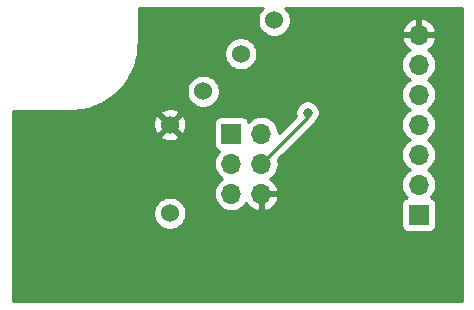
<source format=gbr>
G04 #@! TF.GenerationSoftware,KiCad,Pcbnew,(5.1.4)-1*
G04 #@! TF.CreationDate,2020-04-18T17:13:35+10:00*
G04 #@! TF.ProjectId,c64-nes-adapter,6336342d-6e65-4732-9d61-646170746572,rev?*
G04 #@! TF.SameCoordinates,Original*
G04 #@! TF.FileFunction,Copper,L2,Bot*
G04 #@! TF.FilePolarity,Positive*
%FSLAX46Y46*%
G04 Gerber Fmt 4.6, Leading zero omitted, Abs format (unit mm)*
G04 Created by KiCad (PCBNEW (5.1.4)-1) date 2020-04-18 17:13:35*
%MOMM*%
%LPD*%
G04 APERTURE LIST*
%ADD10R,1.700000X1.700000*%
%ADD11O,1.700000X1.700000*%
%ADD12C,1.524000*%
%ADD13C,0.800000*%
%ADD14C,0.250000*%
%ADD15C,0.254000*%
G04 APERTURE END LIST*
D10*
X200025000Y-107188000D03*
D11*
X200025000Y-104648000D03*
X200025000Y-102108000D03*
X200025000Y-99568000D03*
X200025000Y-97028000D03*
X200025000Y-94488000D03*
X200025000Y-91948000D03*
D12*
X187781834Y-90729166D03*
X184953407Y-93557593D03*
X181771427Y-96739573D03*
X178943000Y-99568000D03*
X178943000Y-107068000D03*
D11*
X186690000Y-105410000D03*
X184150000Y-105410000D03*
X186690000Y-102870000D03*
X184150000Y-102870000D03*
X186690000Y-100330000D03*
D10*
X184150000Y-100330000D03*
D13*
X190612000Y-98537000D03*
D14*
X190612000Y-98948000D02*
X190612000Y-98537000D01*
X186690000Y-102870000D02*
X190612000Y-98948000D01*
D15*
G36*
X186696714Y-89838631D02*
G01*
X186543829Y-90067439D01*
X186438520Y-90321676D01*
X186384834Y-90591574D01*
X186384834Y-90866758D01*
X186438520Y-91136656D01*
X186543829Y-91390893D01*
X186696714Y-91619701D01*
X186891299Y-91814286D01*
X187120107Y-91967171D01*
X187374344Y-92072480D01*
X187644242Y-92126166D01*
X187919426Y-92126166D01*
X188189324Y-92072480D01*
X188443561Y-91967171D01*
X188672369Y-91814286D01*
X188866954Y-91619701D01*
X188886057Y-91591110D01*
X198583524Y-91591110D01*
X198704845Y-91821000D01*
X199898000Y-91821000D01*
X199898000Y-90627186D01*
X200152000Y-90627186D01*
X200152000Y-91821000D01*
X201345155Y-91821000D01*
X201466476Y-91591110D01*
X201421825Y-91443901D01*
X201296641Y-91181080D01*
X201122588Y-90947731D01*
X200906355Y-90752822D01*
X200656252Y-90603843D01*
X200381891Y-90506519D01*
X200152000Y-90627186D01*
X199898000Y-90627186D01*
X199668109Y-90506519D01*
X199393748Y-90603843D01*
X199143645Y-90752822D01*
X198927412Y-90947731D01*
X198753359Y-91181080D01*
X198628175Y-91443901D01*
X198583524Y-91591110D01*
X188886057Y-91591110D01*
X189019839Y-91390893D01*
X189125148Y-91136656D01*
X189178834Y-90866758D01*
X189178834Y-90591574D01*
X189125148Y-90321676D01*
X189019839Y-90067439D01*
X188866954Y-89838631D01*
X188740323Y-89712000D01*
X203658000Y-89712000D01*
X203658001Y-114504000D01*
X165658000Y-114504000D01*
X165658000Y-106930408D01*
X177546000Y-106930408D01*
X177546000Y-107205592D01*
X177599686Y-107475490D01*
X177704995Y-107729727D01*
X177857880Y-107958535D01*
X178052465Y-108153120D01*
X178281273Y-108306005D01*
X178535510Y-108411314D01*
X178805408Y-108465000D01*
X179080592Y-108465000D01*
X179350490Y-108411314D01*
X179604727Y-108306005D01*
X179833535Y-108153120D01*
X180028120Y-107958535D01*
X180181005Y-107729727D01*
X180286314Y-107475490D01*
X180340000Y-107205592D01*
X180340000Y-106930408D01*
X180286314Y-106660510D01*
X180181005Y-106406273D01*
X180028120Y-106177465D01*
X179833535Y-105982880D01*
X179604727Y-105829995D01*
X179350490Y-105724686D01*
X179080592Y-105671000D01*
X178805408Y-105671000D01*
X178535510Y-105724686D01*
X178281273Y-105829995D01*
X178052465Y-105982880D01*
X177857880Y-106177465D01*
X177704995Y-106406273D01*
X177599686Y-106660510D01*
X177546000Y-106930408D01*
X165658000Y-106930408D01*
X165658000Y-102870000D01*
X182657815Y-102870000D01*
X182686487Y-103161111D01*
X182771401Y-103441034D01*
X182909294Y-103699014D01*
X183094866Y-103925134D01*
X183320986Y-104110706D01*
X183375791Y-104140000D01*
X183320986Y-104169294D01*
X183094866Y-104354866D01*
X182909294Y-104580986D01*
X182771401Y-104838966D01*
X182686487Y-105118889D01*
X182657815Y-105410000D01*
X182686487Y-105701111D01*
X182771401Y-105981034D01*
X182909294Y-106239014D01*
X183094866Y-106465134D01*
X183320986Y-106650706D01*
X183578966Y-106788599D01*
X183858889Y-106873513D01*
X184077050Y-106895000D01*
X184222950Y-106895000D01*
X184441111Y-106873513D01*
X184721034Y-106788599D01*
X184979014Y-106650706D01*
X185205134Y-106465134D01*
X185390706Y-106239014D01*
X185421584Y-106181244D01*
X185592412Y-106410269D01*
X185808645Y-106605178D01*
X186058748Y-106754157D01*
X186333109Y-106851481D01*
X186563000Y-106730814D01*
X186563000Y-105537000D01*
X186817000Y-105537000D01*
X186817000Y-106730814D01*
X187046891Y-106851481D01*
X187321252Y-106754157D01*
X187571355Y-106605178D01*
X187787588Y-106410269D01*
X187961641Y-106176920D01*
X188086825Y-105914099D01*
X188131476Y-105766890D01*
X188010155Y-105537000D01*
X186817000Y-105537000D01*
X186563000Y-105537000D01*
X186543000Y-105537000D01*
X186543000Y-105283000D01*
X186563000Y-105283000D01*
X186563000Y-105263000D01*
X186817000Y-105263000D01*
X186817000Y-105283000D01*
X188010155Y-105283000D01*
X188131476Y-105053110D01*
X188086825Y-104905901D01*
X187961641Y-104643080D01*
X187787588Y-104409731D01*
X187571355Y-104214822D01*
X187454477Y-104145201D01*
X187519014Y-104110706D01*
X187745134Y-103925134D01*
X187930706Y-103699014D01*
X188068599Y-103441034D01*
X188153513Y-103161111D01*
X188182185Y-102870000D01*
X188153513Y-102578889D01*
X188130797Y-102504004D01*
X191123004Y-99511798D01*
X191152001Y-99488001D01*
X191246974Y-99372276D01*
X191259254Y-99349303D01*
X191271774Y-99340937D01*
X191415937Y-99196774D01*
X191529205Y-99027256D01*
X191607226Y-98838898D01*
X191647000Y-98638939D01*
X191647000Y-98435061D01*
X191607226Y-98235102D01*
X191529205Y-98046744D01*
X191415937Y-97877226D01*
X191271774Y-97733063D01*
X191102256Y-97619795D01*
X190913898Y-97541774D01*
X190713939Y-97502000D01*
X190510061Y-97502000D01*
X190310102Y-97541774D01*
X190121744Y-97619795D01*
X189952226Y-97733063D01*
X189808063Y-97877226D01*
X189694795Y-98046744D01*
X189616774Y-98235102D01*
X189577000Y-98435061D01*
X189577000Y-98638939D01*
X189616774Y-98838898D01*
X189625422Y-98859776D01*
X188179765Y-100305433D01*
X188153513Y-100038889D01*
X188068599Y-99758966D01*
X187930706Y-99500986D01*
X187745134Y-99274866D01*
X187519014Y-99089294D01*
X187261034Y-98951401D01*
X186981111Y-98866487D01*
X186762950Y-98845000D01*
X186617050Y-98845000D01*
X186398889Y-98866487D01*
X186118966Y-98951401D01*
X185860986Y-99089294D01*
X185634866Y-99274866D01*
X185610393Y-99304687D01*
X185589502Y-99235820D01*
X185530537Y-99125506D01*
X185451185Y-99028815D01*
X185354494Y-98949463D01*
X185244180Y-98890498D01*
X185124482Y-98854188D01*
X185000000Y-98841928D01*
X183300000Y-98841928D01*
X183175518Y-98854188D01*
X183055820Y-98890498D01*
X182945506Y-98949463D01*
X182848815Y-99028815D01*
X182769463Y-99125506D01*
X182710498Y-99235820D01*
X182674188Y-99355518D01*
X182661928Y-99480000D01*
X182661928Y-101180000D01*
X182674188Y-101304482D01*
X182710498Y-101424180D01*
X182769463Y-101534494D01*
X182848815Y-101631185D01*
X182945506Y-101710537D01*
X183055820Y-101769502D01*
X183124687Y-101790393D01*
X183094866Y-101814866D01*
X182909294Y-102040986D01*
X182771401Y-102298966D01*
X182686487Y-102578889D01*
X182657815Y-102870000D01*
X165658000Y-102870000D01*
X165658000Y-100533565D01*
X178157040Y-100533565D01*
X178224020Y-100773656D01*
X178473048Y-100890756D01*
X178740135Y-100957023D01*
X179015017Y-100969910D01*
X179287133Y-100928922D01*
X179546023Y-100835636D01*
X179661980Y-100773656D01*
X179728960Y-100533565D01*
X178943000Y-99747605D01*
X178157040Y-100533565D01*
X165658000Y-100533565D01*
X165658000Y-99640017D01*
X177541090Y-99640017D01*
X177582078Y-99912133D01*
X177675364Y-100171023D01*
X177737344Y-100286980D01*
X177977435Y-100353960D01*
X178763395Y-99568000D01*
X179122605Y-99568000D01*
X179908565Y-100353960D01*
X180148656Y-100286980D01*
X180265756Y-100037952D01*
X180332023Y-99770865D01*
X180344910Y-99495983D01*
X180303922Y-99223867D01*
X180210636Y-98964977D01*
X180148656Y-98849020D01*
X179908565Y-98782040D01*
X179122605Y-99568000D01*
X178763395Y-99568000D01*
X177977435Y-98782040D01*
X177737344Y-98849020D01*
X177620244Y-99098048D01*
X177553977Y-99365135D01*
X177541090Y-99640017D01*
X165658000Y-99640017D01*
X165658000Y-98602435D01*
X178157040Y-98602435D01*
X178943000Y-99388395D01*
X179728960Y-98602435D01*
X179661980Y-98362344D01*
X179412952Y-98245244D01*
X179145865Y-98178977D01*
X178870983Y-98166090D01*
X178598867Y-98207078D01*
X178339977Y-98300364D01*
X178224020Y-98362344D01*
X178157040Y-98602435D01*
X165658000Y-98602435D01*
X165658000Y-98400200D01*
X170643219Y-98400200D01*
X170667288Y-98397829D01*
X171393964Y-98344466D01*
X171409344Y-98341947D01*
X171424917Y-98341458D01*
X171499701Y-98328002D01*
X172369303Y-98119229D01*
X172388979Y-98112607D01*
X172409295Y-98108289D01*
X172480515Y-98081802D01*
X173299403Y-97722335D01*
X173317596Y-97712333D01*
X173336825Y-97704486D01*
X173402229Y-97665806D01*
X174144519Y-97167008D01*
X174160653Y-97153943D01*
X174178189Y-97142814D01*
X174235709Y-97093163D01*
X174742570Y-96601981D01*
X180374427Y-96601981D01*
X180374427Y-96877165D01*
X180428113Y-97147063D01*
X180533422Y-97401300D01*
X180686307Y-97630108D01*
X180880892Y-97824693D01*
X181109700Y-97977578D01*
X181363937Y-98082887D01*
X181633835Y-98136573D01*
X181909019Y-98136573D01*
X182178917Y-98082887D01*
X182433154Y-97977578D01*
X182661962Y-97824693D01*
X182856547Y-97630108D01*
X183009432Y-97401300D01*
X183114741Y-97147063D01*
X183168427Y-96877165D01*
X183168427Y-96601981D01*
X183114741Y-96332083D01*
X183009432Y-96077846D01*
X182856547Y-95849038D01*
X182661962Y-95654453D01*
X182433154Y-95501568D01*
X182178917Y-95396259D01*
X181909019Y-95342573D01*
X181633835Y-95342573D01*
X181363937Y-95396259D01*
X181109700Y-95501568D01*
X180880892Y-95654453D01*
X180686307Y-95849038D01*
X180533422Y-96077846D01*
X180428113Y-96332083D01*
X180374427Y-96601981D01*
X174742570Y-96601981D01*
X174877939Y-96470800D01*
X174891507Y-96455081D01*
X174906793Y-96441025D01*
X174954612Y-96381973D01*
X175476480Y-95655717D01*
X175487051Y-95637843D01*
X175499605Y-95621303D01*
X175536211Y-95554717D01*
X175921222Y-94747524D01*
X175928458Y-94728068D01*
X175937888Y-94709560D01*
X175962124Y-94637543D01*
X176198109Y-93774928D01*
X176201786Y-93754491D01*
X176207788Y-93734612D01*
X176218888Y-93659442D01*
X176240257Y-93420001D01*
X183556407Y-93420001D01*
X183556407Y-93695185D01*
X183610093Y-93965083D01*
X183715402Y-94219320D01*
X183868287Y-94448128D01*
X184062872Y-94642713D01*
X184291680Y-94795598D01*
X184545917Y-94900907D01*
X184815815Y-94954593D01*
X185090999Y-94954593D01*
X185360897Y-94900907D01*
X185615134Y-94795598D01*
X185843942Y-94642713D01*
X185998655Y-94488000D01*
X198532815Y-94488000D01*
X198561487Y-94779111D01*
X198646401Y-95059034D01*
X198784294Y-95317014D01*
X198969866Y-95543134D01*
X199195986Y-95728706D01*
X199250791Y-95758000D01*
X199195986Y-95787294D01*
X198969866Y-95972866D01*
X198784294Y-96198986D01*
X198646401Y-96456966D01*
X198561487Y-96736889D01*
X198532815Y-97028000D01*
X198561487Y-97319111D01*
X198646401Y-97599034D01*
X198784294Y-97857014D01*
X198969866Y-98083134D01*
X199195986Y-98268706D01*
X199250791Y-98298000D01*
X199195986Y-98327294D01*
X198969866Y-98512866D01*
X198784294Y-98738986D01*
X198646401Y-98996966D01*
X198561487Y-99276889D01*
X198532815Y-99568000D01*
X198561487Y-99859111D01*
X198646401Y-100139034D01*
X198784294Y-100397014D01*
X198969866Y-100623134D01*
X199195986Y-100808706D01*
X199250791Y-100838000D01*
X199195986Y-100867294D01*
X198969866Y-101052866D01*
X198784294Y-101278986D01*
X198646401Y-101536966D01*
X198561487Y-101816889D01*
X198532815Y-102108000D01*
X198561487Y-102399111D01*
X198646401Y-102679034D01*
X198784294Y-102937014D01*
X198969866Y-103163134D01*
X199195986Y-103348706D01*
X199250791Y-103378000D01*
X199195986Y-103407294D01*
X198969866Y-103592866D01*
X198784294Y-103818986D01*
X198646401Y-104076966D01*
X198561487Y-104356889D01*
X198532815Y-104648000D01*
X198561487Y-104939111D01*
X198646401Y-105219034D01*
X198784294Y-105477014D01*
X198969866Y-105703134D01*
X198999687Y-105727607D01*
X198930820Y-105748498D01*
X198820506Y-105807463D01*
X198723815Y-105886815D01*
X198644463Y-105983506D01*
X198585498Y-106093820D01*
X198549188Y-106213518D01*
X198536928Y-106338000D01*
X198536928Y-108038000D01*
X198549188Y-108162482D01*
X198585498Y-108282180D01*
X198644463Y-108392494D01*
X198723815Y-108489185D01*
X198820506Y-108568537D01*
X198930820Y-108627502D01*
X199050518Y-108663812D01*
X199175000Y-108676072D01*
X200875000Y-108676072D01*
X200999482Y-108663812D01*
X201119180Y-108627502D01*
X201229494Y-108568537D01*
X201326185Y-108489185D01*
X201405537Y-108392494D01*
X201464502Y-108282180D01*
X201500812Y-108162482D01*
X201513072Y-108038000D01*
X201513072Y-106338000D01*
X201500812Y-106213518D01*
X201464502Y-106093820D01*
X201405537Y-105983506D01*
X201326185Y-105886815D01*
X201229494Y-105807463D01*
X201119180Y-105748498D01*
X201050313Y-105727607D01*
X201080134Y-105703134D01*
X201265706Y-105477014D01*
X201403599Y-105219034D01*
X201488513Y-104939111D01*
X201517185Y-104648000D01*
X201488513Y-104356889D01*
X201403599Y-104076966D01*
X201265706Y-103818986D01*
X201080134Y-103592866D01*
X200854014Y-103407294D01*
X200799209Y-103378000D01*
X200854014Y-103348706D01*
X201080134Y-103163134D01*
X201265706Y-102937014D01*
X201403599Y-102679034D01*
X201488513Y-102399111D01*
X201517185Y-102108000D01*
X201488513Y-101816889D01*
X201403599Y-101536966D01*
X201265706Y-101278986D01*
X201080134Y-101052866D01*
X200854014Y-100867294D01*
X200799209Y-100838000D01*
X200854014Y-100808706D01*
X201080134Y-100623134D01*
X201265706Y-100397014D01*
X201403599Y-100139034D01*
X201488513Y-99859111D01*
X201517185Y-99568000D01*
X201488513Y-99276889D01*
X201403599Y-98996966D01*
X201265706Y-98738986D01*
X201080134Y-98512866D01*
X200854014Y-98327294D01*
X200799209Y-98298000D01*
X200854014Y-98268706D01*
X201080134Y-98083134D01*
X201265706Y-97857014D01*
X201403599Y-97599034D01*
X201488513Y-97319111D01*
X201517185Y-97028000D01*
X201488513Y-96736889D01*
X201403599Y-96456966D01*
X201265706Y-96198986D01*
X201080134Y-95972866D01*
X200854014Y-95787294D01*
X200799209Y-95758000D01*
X200854014Y-95728706D01*
X201080134Y-95543134D01*
X201265706Y-95317014D01*
X201403599Y-95059034D01*
X201488513Y-94779111D01*
X201517185Y-94488000D01*
X201488513Y-94196889D01*
X201403599Y-93916966D01*
X201265706Y-93658986D01*
X201080134Y-93432866D01*
X200854014Y-93247294D01*
X200789477Y-93212799D01*
X200906355Y-93143178D01*
X201122588Y-92948269D01*
X201296641Y-92714920D01*
X201421825Y-92452099D01*
X201466476Y-92304890D01*
X201345155Y-92075000D01*
X200152000Y-92075000D01*
X200152000Y-92095000D01*
X199898000Y-92095000D01*
X199898000Y-92075000D01*
X198704845Y-92075000D01*
X198583524Y-92304890D01*
X198628175Y-92452099D01*
X198753359Y-92714920D01*
X198927412Y-92948269D01*
X199143645Y-93143178D01*
X199260523Y-93212799D01*
X199195986Y-93247294D01*
X198969866Y-93432866D01*
X198784294Y-93658986D01*
X198646401Y-93916966D01*
X198561487Y-94196889D01*
X198532815Y-94488000D01*
X185998655Y-94488000D01*
X186038527Y-94448128D01*
X186191412Y-94219320D01*
X186296721Y-93965083D01*
X186350407Y-93695185D01*
X186350407Y-93420001D01*
X186296721Y-93150103D01*
X186191412Y-92895866D01*
X186038527Y-92667058D01*
X185843942Y-92472473D01*
X185615134Y-92319588D01*
X185360897Y-92214279D01*
X185090999Y-92160593D01*
X184815815Y-92160593D01*
X184545917Y-92214279D01*
X184291680Y-92319588D01*
X184062872Y-92472473D01*
X183868287Y-92667058D01*
X183715402Y-92895866D01*
X183610093Y-93150103D01*
X183556407Y-93420001D01*
X176240257Y-93420001D01*
X176298122Y-92771639D01*
X176301000Y-92742419D01*
X176301000Y-89712000D01*
X186823345Y-89712000D01*
X186696714Y-89838631D01*
X186696714Y-89838631D01*
G37*
X186696714Y-89838631D02*
X186543829Y-90067439D01*
X186438520Y-90321676D01*
X186384834Y-90591574D01*
X186384834Y-90866758D01*
X186438520Y-91136656D01*
X186543829Y-91390893D01*
X186696714Y-91619701D01*
X186891299Y-91814286D01*
X187120107Y-91967171D01*
X187374344Y-92072480D01*
X187644242Y-92126166D01*
X187919426Y-92126166D01*
X188189324Y-92072480D01*
X188443561Y-91967171D01*
X188672369Y-91814286D01*
X188866954Y-91619701D01*
X188886057Y-91591110D01*
X198583524Y-91591110D01*
X198704845Y-91821000D01*
X199898000Y-91821000D01*
X199898000Y-90627186D01*
X200152000Y-90627186D01*
X200152000Y-91821000D01*
X201345155Y-91821000D01*
X201466476Y-91591110D01*
X201421825Y-91443901D01*
X201296641Y-91181080D01*
X201122588Y-90947731D01*
X200906355Y-90752822D01*
X200656252Y-90603843D01*
X200381891Y-90506519D01*
X200152000Y-90627186D01*
X199898000Y-90627186D01*
X199668109Y-90506519D01*
X199393748Y-90603843D01*
X199143645Y-90752822D01*
X198927412Y-90947731D01*
X198753359Y-91181080D01*
X198628175Y-91443901D01*
X198583524Y-91591110D01*
X188886057Y-91591110D01*
X189019839Y-91390893D01*
X189125148Y-91136656D01*
X189178834Y-90866758D01*
X189178834Y-90591574D01*
X189125148Y-90321676D01*
X189019839Y-90067439D01*
X188866954Y-89838631D01*
X188740323Y-89712000D01*
X203658000Y-89712000D01*
X203658001Y-114504000D01*
X165658000Y-114504000D01*
X165658000Y-106930408D01*
X177546000Y-106930408D01*
X177546000Y-107205592D01*
X177599686Y-107475490D01*
X177704995Y-107729727D01*
X177857880Y-107958535D01*
X178052465Y-108153120D01*
X178281273Y-108306005D01*
X178535510Y-108411314D01*
X178805408Y-108465000D01*
X179080592Y-108465000D01*
X179350490Y-108411314D01*
X179604727Y-108306005D01*
X179833535Y-108153120D01*
X180028120Y-107958535D01*
X180181005Y-107729727D01*
X180286314Y-107475490D01*
X180340000Y-107205592D01*
X180340000Y-106930408D01*
X180286314Y-106660510D01*
X180181005Y-106406273D01*
X180028120Y-106177465D01*
X179833535Y-105982880D01*
X179604727Y-105829995D01*
X179350490Y-105724686D01*
X179080592Y-105671000D01*
X178805408Y-105671000D01*
X178535510Y-105724686D01*
X178281273Y-105829995D01*
X178052465Y-105982880D01*
X177857880Y-106177465D01*
X177704995Y-106406273D01*
X177599686Y-106660510D01*
X177546000Y-106930408D01*
X165658000Y-106930408D01*
X165658000Y-102870000D01*
X182657815Y-102870000D01*
X182686487Y-103161111D01*
X182771401Y-103441034D01*
X182909294Y-103699014D01*
X183094866Y-103925134D01*
X183320986Y-104110706D01*
X183375791Y-104140000D01*
X183320986Y-104169294D01*
X183094866Y-104354866D01*
X182909294Y-104580986D01*
X182771401Y-104838966D01*
X182686487Y-105118889D01*
X182657815Y-105410000D01*
X182686487Y-105701111D01*
X182771401Y-105981034D01*
X182909294Y-106239014D01*
X183094866Y-106465134D01*
X183320986Y-106650706D01*
X183578966Y-106788599D01*
X183858889Y-106873513D01*
X184077050Y-106895000D01*
X184222950Y-106895000D01*
X184441111Y-106873513D01*
X184721034Y-106788599D01*
X184979014Y-106650706D01*
X185205134Y-106465134D01*
X185390706Y-106239014D01*
X185421584Y-106181244D01*
X185592412Y-106410269D01*
X185808645Y-106605178D01*
X186058748Y-106754157D01*
X186333109Y-106851481D01*
X186563000Y-106730814D01*
X186563000Y-105537000D01*
X186817000Y-105537000D01*
X186817000Y-106730814D01*
X187046891Y-106851481D01*
X187321252Y-106754157D01*
X187571355Y-106605178D01*
X187787588Y-106410269D01*
X187961641Y-106176920D01*
X188086825Y-105914099D01*
X188131476Y-105766890D01*
X188010155Y-105537000D01*
X186817000Y-105537000D01*
X186563000Y-105537000D01*
X186543000Y-105537000D01*
X186543000Y-105283000D01*
X186563000Y-105283000D01*
X186563000Y-105263000D01*
X186817000Y-105263000D01*
X186817000Y-105283000D01*
X188010155Y-105283000D01*
X188131476Y-105053110D01*
X188086825Y-104905901D01*
X187961641Y-104643080D01*
X187787588Y-104409731D01*
X187571355Y-104214822D01*
X187454477Y-104145201D01*
X187519014Y-104110706D01*
X187745134Y-103925134D01*
X187930706Y-103699014D01*
X188068599Y-103441034D01*
X188153513Y-103161111D01*
X188182185Y-102870000D01*
X188153513Y-102578889D01*
X188130797Y-102504004D01*
X191123004Y-99511798D01*
X191152001Y-99488001D01*
X191246974Y-99372276D01*
X191259254Y-99349303D01*
X191271774Y-99340937D01*
X191415937Y-99196774D01*
X191529205Y-99027256D01*
X191607226Y-98838898D01*
X191647000Y-98638939D01*
X191647000Y-98435061D01*
X191607226Y-98235102D01*
X191529205Y-98046744D01*
X191415937Y-97877226D01*
X191271774Y-97733063D01*
X191102256Y-97619795D01*
X190913898Y-97541774D01*
X190713939Y-97502000D01*
X190510061Y-97502000D01*
X190310102Y-97541774D01*
X190121744Y-97619795D01*
X189952226Y-97733063D01*
X189808063Y-97877226D01*
X189694795Y-98046744D01*
X189616774Y-98235102D01*
X189577000Y-98435061D01*
X189577000Y-98638939D01*
X189616774Y-98838898D01*
X189625422Y-98859776D01*
X188179765Y-100305433D01*
X188153513Y-100038889D01*
X188068599Y-99758966D01*
X187930706Y-99500986D01*
X187745134Y-99274866D01*
X187519014Y-99089294D01*
X187261034Y-98951401D01*
X186981111Y-98866487D01*
X186762950Y-98845000D01*
X186617050Y-98845000D01*
X186398889Y-98866487D01*
X186118966Y-98951401D01*
X185860986Y-99089294D01*
X185634866Y-99274866D01*
X185610393Y-99304687D01*
X185589502Y-99235820D01*
X185530537Y-99125506D01*
X185451185Y-99028815D01*
X185354494Y-98949463D01*
X185244180Y-98890498D01*
X185124482Y-98854188D01*
X185000000Y-98841928D01*
X183300000Y-98841928D01*
X183175518Y-98854188D01*
X183055820Y-98890498D01*
X182945506Y-98949463D01*
X182848815Y-99028815D01*
X182769463Y-99125506D01*
X182710498Y-99235820D01*
X182674188Y-99355518D01*
X182661928Y-99480000D01*
X182661928Y-101180000D01*
X182674188Y-101304482D01*
X182710498Y-101424180D01*
X182769463Y-101534494D01*
X182848815Y-101631185D01*
X182945506Y-101710537D01*
X183055820Y-101769502D01*
X183124687Y-101790393D01*
X183094866Y-101814866D01*
X182909294Y-102040986D01*
X182771401Y-102298966D01*
X182686487Y-102578889D01*
X182657815Y-102870000D01*
X165658000Y-102870000D01*
X165658000Y-100533565D01*
X178157040Y-100533565D01*
X178224020Y-100773656D01*
X178473048Y-100890756D01*
X178740135Y-100957023D01*
X179015017Y-100969910D01*
X179287133Y-100928922D01*
X179546023Y-100835636D01*
X179661980Y-100773656D01*
X179728960Y-100533565D01*
X178943000Y-99747605D01*
X178157040Y-100533565D01*
X165658000Y-100533565D01*
X165658000Y-99640017D01*
X177541090Y-99640017D01*
X177582078Y-99912133D01*
X177675364Y-100171023D01*
X177737344Y-100286980D01*
X177977435Y-100353960D01*
X178763395Y-99568000D01*
X179122605Y-99568000D01*
X179908565Y-100353960D01*
X180148656Y-100286980D01*
X180265756Y-100037952D01*
X180332023Y-99770865D01*
X180344910Y-99495983D01*
X180303922Y-99223867D01*
X180210636Y-98964977D01*
X180148656Y-98849020D01*
X179908565Y-98782040D01*
X179122605Y-99568000D01*
X178763395Y-99568000D01*
X177977435Y-98782040D01*
X177737344Y-98849020D01*
X177620244Y-99098048D01*
X177553977Y-99365135D01*
X177541090Y-99640017D01*
X165658000Y-99640017D01*
X165658000Y-98602435D01*
X178157040Y-98602435D01*
X178943000Y-99388395D01*
X179728960Y-98602435D01*
X179661980Y-98362344D01*
X179412952Y-98245244D01*
X179145865Y-98178977D01*
X178870983Y-98166090D01*
X178598867Y-98207078D01*
X178339977Y-98300364D01*
X178224020Y-98362344D01*
X178157040Y-98602435D01*
X165658000Y-98602435D01*
X165658000Y-98400200D01*
X170643219Y-98400200D01*
X170667288Y-98397829D01*
X171393964Y-98344466D01*
X171409344Y-98341947D01*
X171424917Y-98341458D01*
X171499701Y-98328002D01*
X172369303Y-98119229D01*
X172388979Y-98112607D01*
X172409295Y-98108289D01*
X172480515Y-98081802D01*
X173299403Y-97722335D01*
X173317596Y-97712333D01*
X173336825Y-97704486D01*
X173402229Y-97665806D01*
X174144519Y-97167008D01*
X174160653Y-97153943D01*
X174178189Y-97142814D01*
X174235709Y-97093163D01*
X174742570Y-96601981D01*
X180374427Y-96601981D01*
X180374427Y-96877165D01*
X180428113Y-97147063D01*
X180533422Y-97401300D01*
X180686307Y-97630108D01*
X180880892Y-97824693D01*
X181109700Y-97977578D01*
X181363937Y-98082887D01*
X181633835Y-98136573D01*
X181909019Y-98136573D01*
X182178917Y-98082887D01*
X182433154Y-97977578D01*
X182661962Y-97824693D01*
X182856547Y-97630108D01*
X183009432Y-97401300D01*
X183114741Y-97147063D01*
X183168427Y-96877165D01*
X183168427Y-96601981D01*
X183114741Y-96332083D01*
X183009432Y-96077846D01*
X182856547Y-95849038D01*
X182661962Y-95654453D01*
X182433154Y-95501568D01*
X182178917Y-95396259D01*
X181909019Y-95342573D01*
X181633835Y-95342573D01*
X181363937Y-95396259D01*
X181109700Y-95501568D01*
X180880892Y-95654453D01*
X180686307Y-95849038D01*
X180533422Y-96077846D01*
X180428113Y-96332083D01*
X180374427Y-96601981D01*
X174742570Y-96601981D01*
X174877939Y-96470800D01*
X174891507Y-96455081D01*
X174906793Y-96441025D01*
X174954612Y-96381973D01*
X175476480Y-95655717D01*
X175487051Y-95637843D01*
X175499605Y-95621303D01*
X175536211Y-95554717D01*
X175921222Y-94747524D01*
X175928458Y-94728068D01*
X175937888Y-94709560D01*
X175962124Y-94637543D01*
X176198109Y-93774928D01*
X176201786Y-93754491D01*
X176207788Y-93734612D01*
X176218888Y-93659442D01*
X176240257Y-93420001D01*
X183556407Y-93420001D01*
X183556407Y-93695185D01*
X183610093Y-93965083D01*
X183715402Y-94219320D01*
X183868287Y-94448128D01*
X184062872Y-94642713D01*
X184291680Y-94795598D01*
X184545917Y-94900907D01*
X184815815Y-94954593D01*
X185090999Y-94954593D01*
X185360897Y-94900907D01*
X185615134Y-94795598D01*
X185843942Y-94642713D01*
X185998655Y-94488000D01*
X198532815Y-94488000D01*
X198561487Y-94779111D01*
X198646401Y-95059034D01*
X198784294Y-95317014D01*
X198969866Y-95543134D01*
X199195986Y-95728706D01*
X199250791Y-95758000D01*
X199195986Y-95787294D01*
X198969866Y-95972866D01*
X198784294Y-96198986D01*
X198646401Y-96456966D01*
X198561487Y-96736889D01*
X198532815Y-97028000D01*
X198561487Y-97319111D01*
X198646401Y-97599034D01*
X198784294Y-97857014D01*
X198969866Y-98083134D01*
X199195986Y-98268706D01*
X199250791Y-98298000D01*
X199195986Y-98327294D01*
X198969866Y-98512866D01*
X198784294Y-98738986D01*
X198646401Y-98996966D01*
X198561487Y-99276889D01*
X198532815Y-99568000D01*
X198561487Y-99859111D01*
X198646401Y-100139034D01*
X198784294Y-100397014D01*
X198969866Y-100623134D01*
X199195986Y-100808706D01*
X199250791Y-100838000D01*
X199195986Y-100867294D01*
X198969866Y-101052866D01*
X198784294Y-101278986D01*
X198646401Y-101536966D01*
X198561487Y-101816889D01*
X198532815Y-102108000D01*
X198561487Y-102399111D01*
X198646401Y-102679034D01*
X198784294Y-102937014D01*
X198969866Y-103163134D01*
X199195986Y-103348706D01*
X199250791Y-103378000D01*
X199195986Y-103407294D01*
X198969866Y-103592866D01*
X198784294Y-103818986D01*
X198646401Y-104076966D01*
X198561487Y-104356889D01*
X198532815Y-104648000D01*
X198561487Y-104939111D01*
X198646401Y-105219034D01*
X198784294Y-105477014D01*
X198969866Y-105703134D01*
X198999687Y-105727607D01*
X198930820Y-105748498D01*
X198820506Y-105807463D01*
X198723815Y-105886815D01*
X198644463Y-105983506D01*
X198585498Y-106093820D01*
X198549188Y-106213518D01*
X198536928Y-106338000D01*
X198536928Y-108038000D01*
X198549188Y-108162482D01*
X198585498Y-108282180D01*
X198644463Y-108392494D01*
X198723815Y-108489185D01*
X198820506Y-108568537D01*
X198930820Y-108627502D01*
X199050518Y-108663812D01*
X199175000Y-108676072D01*
X200875000Y-108676072D01*
X200999482Y-108663812D01*
X201119180Y-108627502D01*
X201229494Y-108568537D01*
X201326185Y-108489185D01*
X201405537Y-108392494D01*
X201464502Y-108282180D01*
X201500812Y-108162482D01*
X201513072Y-108038000D01*
X201513072Y-106338000D01*
X201500812Y-106213518D01*
X201464502Y-106093820D01*
X201405537Y-105983506D01*
X201326185Y-105886815D01*
X201229494Y-105807463D01*
X201119180Y-105748498D01*
X201050313Y-105727607D01*
X201080134Y-105703134D01*
X201265706Y-105477014D01*
X201403599Y-105219034D01*
X201488513Y-104939111D01*
X201517185Y-104648000D01*
X201488513Y-104356889D01*
X201403599Y-104076966D01*
X201265706Y-103818986D01*
X201080134Y-103592866D01*
X200854014Y-103407294D01*
X200799209Y-103378000D01*
X200854014Y-103348706D01*
X201080134Y-103163134D01*
X201265706Y-102937014D01*
X201403599Y-102679034D01*
X201488513Y-102399111D01*
X201517185Y-102108000D01*
X201488513Y-101816889D01*
X201403599Y-101536966D01*
X201265706Y-101278986D01*
X201080134Y-101052866D01*
X200854014Y-100867294D01*
X200799209Y-100838000D01*
X200854014Y-100808706D01*
X201080134Y-100623134D01*
X201265706Y-100397014D01*
X201403599Y-100139034D01*
X201488513Y-99859111D01*
X201517185Y-99568000D01*
X201488513Y-99276889D01*
X201403599Y-98996966D01*
X201265706Y-98738986D01*
X201080134Y-98512866D01*
X200854014Y-98327294D01*
X200799209Y-98298000D01*
X200854014Y-98268706D01*
X201080134Y-98083134D01*
X201265706Y-97857014D01*
X201403599Y-97599034D01*
X201488513Y-97319111D01*
X201517185Y-97028000D01*
X201488513Y-96736889D01*
X201403599Y-96456966D01*
X201265706Y-96198986D01*
X201080134Y-95972866D01*
X200854014Y-95787294D01*
X200799209Y-95758000D01*
X200854014Y-95728706D01*
X201080134Y-95543134D01*
X201265706Y-95317014D01*
X201403599Y-95059034D01*
X201488513Y-94779111D01*
X201517185Y-94488000D01*
X201488513Y-94196889D01*
X201403599Y-93916966D01*
X201265706Y-93658986D01*
X201080134Y-93432866D01*
X200854014Y-93247294D01*
X200789477Y-93212799D01*
X200906355Y-93143178D01*
X201122588Y-92948269D01*
X201296641Y-92714920D01*
X201421825Y-92452099D01*
X201466476Y-92304890D01*
X201345155Y-92075000D01*
X200152000Y-92075000D01*
X200152000Y-92095000D01*
X199898000Y-92095000D01*
X199898000Y-92075000D01*
X198704845Y-92075000D01*
X198583524Y-92304890D01*
X198628175Y-92452099D01*
X198753359Y-92714920D01*
X198927412Y-92948269D01*
X199143645Y-93143178D01*
X199260523Y-93212799D01*
X199195986Y-93247294D01*
X198969866Y-93432866D01*
X198784294Y-93658986D01*
X198646401Y-93916966D01*
X198561487Y-94196889D01*
X198532815Y-94488000D01*
X185998655Y-94488000D01*
X186038527Y-94448128D01*
X186191412Y-94219320D01*
X186296721Y-93965083D01*
X186350407Y-93695185D01*
X186350407Y-93420001D01*
X186296721Y-93150103D01*
X186191412Y-92895866D01*
X186038527Y-92667058D01*
X185843942Y-92472473D01*
X185615134Y-92319588D01*
X185360897Y-92214279D01*
X185090999Y-92160593D01*
X184815815Y-92160593D01*
X184545917Y-92214279D01*
X184291680Y-92319588D01*
X184062872Y-92472473D01*
X183868287Y-92667058D01*
X183715402Y-92895866D01*
X183610093Y-93150103D01*
X183556407Y-93420001D01*
X176240257Y-93420001D01*
X176298122Y-92771639D01*
X176301000Y-92742419D01*
X176301000Y-89712000D01*
X186823345Y-89712000D01*
X186696714Y-89838631D01*
M02*

</source>
